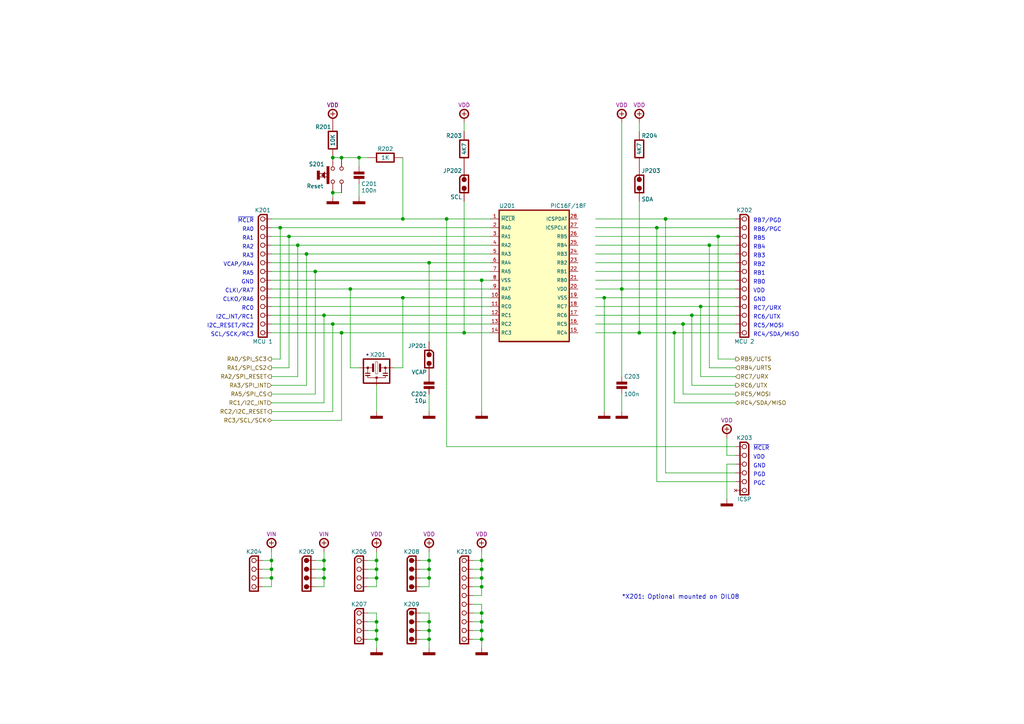
<source format=kicad_sch>
(kicad_sch (version 20250114) (generator "eeschema") (generator_version "9.0")
  (paper "A4")
  (title_block (title "MCU") (date "01/2022") (rev "A") (comment 1 "PIC8-Bit Trainer"))
  (lib_symbols
    (symbol "tronixio:+VDD" (power) (pin_numbers (hide yes)) (pin_names (offset 0) (hide yes))
      (property "Description" "VDD" (at 0 5.08 0))
      (symbol "+VDD_0_1"
        (polyline (pts (xy -0.635 2.54) (xy 0.635 2.54)) (stroke (width 0.2)))
        (circle (center 0 2.54) (radius 1.27) (stroke (width 0.4)))
        (polyline (pts (xy 0 1.905) (xy 0 3.175)) (stroke (width 0.2)))
      )
      (symbol "+VDD_1_1"
        (pin power_in line (at 0 0 90) (length 1.27) (name "~") (number "1"))
      )
    )
    (symbol "tronixio:+VIN" (power) (pin_numbers (hide yes)) (pin_names (offset 0) (hide yes))
      (property "Description" "VIN" (at 0 5.08 0))
      (symbol "+VIN_0_1"
        (polyline (pts (xy -0.635 2.54) (xy 0.635 2.54)) (stroke (width 0.2)))
        (circle (center 0 2.54) (radius 1.27) (stroke (width 0.4)))
        (polyline (pts (xy 0 1.905) (xy 0 3.175)) (stroke (width 0.2)))
      )
      (symbol "+VIN_1_1"
        (pin power_in line (at 0 0 90) (length 1.27) (name "~") (number "1"))
      )
    )
    (symbol "tronixio:CK-KSA" (pin_numbers (hide yes)) (pin_names (offset 0) (hide yes))
      (property "Reference" "S" (at 0 6.35 0))
      (property "Value" "SYMBOL-SW-PUSH-4" (at 0 -5.08 0))
      (symbol "CK-KSA_0_1"
        (rectangle (start -2.54 1.778) (end 2.54 1.016) (stroke (width 0.001)) (fill (type outline)))
        (circle (center -1.905 0) (radius 0.508) (stroke (width 0.2)))
        (circle (center -1.905 -2.54) (radius 0.508) (stroke (width 0.2)))
        (rectangle (start -1.27 4.572) (end 1.27 3.81) (stroke (width 0.001)) (fill (type outline)))
        (polyline (pts (xy -1.016 2.286) (xy 1.016 2.286) (xy 0 3.302) (xy -1.016 2.286)) (stroke (width 0.001)) (fill (type outline)))
        (polyline (pts (xy -0.508 1.778) (xy -0.508 3.81)) (stroke (width 0.2)))
        (polyline (pts (xy 0.508 1.778) (xy 0.508 3.81)) (stroke (width 0.2)))
        (circle (center 1.905 0) (radius 0.508) (stroke (width 0.2)))
        (circle (center 1.905 -2.54) (radius 0.508) (stroke (width 0.2)))
        (pin passive line (at -5.08 0 0) (length 2.54) (name "1") (number "1"))
        (pin passive line (at -5.08 -2.54 0) (length 2.54) (name "2") (number "2"))
        (pin passive line (at 5.08 0 180) (length 2.54) (name "3") (number "3"))
        (pin passive line (at 5.08 -2.54 180) (length 2.54) (name "4") (number "4"))
      )
    )
    (symbol "tronixio:GND" (power) (pin_numbers (hide yes)) (pin_names (offset 0) (hide yes))
      (symbol "GND_0_1"
        (rectangle (start -1.778 -2.032) (end 1.778 -1.27) (stroke (width 0.001)) (fill (type outline)))
      )
      (symbol "GND_1_1"
        (pin power_in line (at 0 0 270) (length 1.27) (name "~") (number "1"))
      )
    )
    (symbol "tronixio:HARWIN-254-F-1X04-VERTICAL" (pin_numbers (hide yes)) (pin_names (offset 0) (hide yes))
      (property "Reference" "K" (at 0 2.54 0))
      (property "Value" "HARWIN-254-F-1X04-VERTICAL" (at 0 -10.16 0))
      (symbol "HARWIN-254-F-1X04-VERTICAL_0_1"
        (polyline (pts (xy -1.27 -8.89) (xy 1.27 -8.89) (xy 1.27 0.635) (xy 0.635 1.27) (xy -1.27 1.27) (xy -1.27 -8.89)) (stroke (width 0.4)))
        (circle (center 0 0) (radius 0.635) (stroke (width 0.2)))
        (circle (center 0 -2.54) (radius 0.635) (stroke (width 0.2)))
        (circle (center 0 -5.08) (radius 0.635) (stroke (width 0.2)))
        (circle (center 0 -7.62) (radius 0.635) (stroke (width 0.2)))
      )
      (symbol "HARWIN-254-F-1X04-VERTICAL_1_1"
        (pin passive line (at -2.54 0 0) (length 1.905) (name "1") (number "1"))
        (pin passive line (at -2.54 -2.54 0) (length 1.905) (name "2") (number "2"))
        (pin passive line (at -2.54 -5.08 0) (length 1.905) (name "3") (number "3"))
        (pin passive line (at -2.54 -7.62 0) (length 1.905) (name "4") (number "4"))
      )
    )
    (symbol "tronixio:HARWIN-254-F-1X10-VERTICAL" (pin_numbers (hide yes)) (pin_names (offset 0) (hide yes))
      (property "Reference" "K" (at 0 2.54 0))
      (property "Value" "SYMBOL-HEADER-F-1X10" (at 0 -25.4 0))
      (symbol "HARWIN-254-F-1X10-VERTICAL_0_1"
        (polyline (pts (xy -1.27 -24.13) (xy 1.27 -24.13) (xy 1.27 0.635) (xy 0.635 1.27) (xy -1.27 1.27) (xy -1.27 -24.13)) (stroke (width 0.4)))
        (circle (center 0 0) (radius 0.635) (stroke (width 0.2)))
        (circle (center 0 -2.54) (radius 0.635) (stroke (width 0.2)))
        (circle (center 0 -5.08) (radius 0.635) (stroke (width 0.2)))
        (circle (center 0 -7.62) (radius 0.635) (stroke (width 0.2)))
        (circle (center 0 -10.16) (radius 0.635) (stroke (width 0.2)))
        (circle (center 0 -12.7) (radius 0.635) (stroke (width 0.2)))
        (circle (center 0 -15.24) (radius 0.635) (stroke (width 0.2)))
        (circle (center 0 -17.78) (radius 0.635) (stroke (width 0.2)))
        (circle (center 0 -20.32) (radius 0.635) (stroke (width 0.2)))
        (circle (center 0 -22.86) (radius 0.635) (stroke (width 0.2)))
      )
      (symbol "HARWIN-254-F-1X10-VERTICAL_1_1"
        (pin passive line (at -2.54 0 0) (length 1.905) (name "Pin_1") (number "1"))
        (pin passive line (at -2.54 -2.54 0) (length 1.905) (name "Pin_2") (number "2"))
        (pin passive line (at -2.54 -5.08 0) (length 1.905) (name "Pin_3") (number "3"))
        (pin passive line (at -2.54 -7.62 0) (length 1.905) (name "Pin_4") (number "4"))
        (pin passive line (at -2.54 -10.16 0) (length 1.905) (name "Pin_5") (number "5"))
        (pin passive line (at -2.54 -12.7 0) (length 1.905) (name "Pin_6") (number "6"))
        (pin passive line (at -2.54 -15.24 0) (length 1.905) (name "Pin_7") (number "7"))
        (pin passive line (at -2.54 -17.78 0) (length 1.905) (name "Pin_8") (number "8"))
        (pin passive line (at -2.54 -20.32 0) (length 1.905) (name "Pin_9") (number "9"))
        (pin passive line (at -2.54 -22.86 0) (length 1.905) (name "Pin_10") (number "10"))
      )
    )
    (symbol "tronixio:HARWIN-254-F-1X14-VERTICAL" (pin_numbers (hide yes)) (pin_names (offset 0) (hide yes))
      (property "Reference" "K" (at 0 2.54 0))
      (property "Value" "SYMBOL-HEADER-F-1X14" (at 0 -35.56 0))
      (symbol "HARWIN-254-F-1X14-VERTICAL_0_1"
        (polyline (pts (xy -1.27 -34.29) (xy 1.27 -34.29) (xy 1.27 0.635) (xy 0.635 1.27) (xy -1.27 1.27) (xy -1.27 -34.29)) (stroke (width 0.4)))
        (circle (center 0 0) (radius 0.635) (stroke (width 0.2)))
        (circle (center 0 -2.54) (radius 0.635) (stroke (width 0.2)))
        (circle (center 0 -5.08) (radius 0.635) (stroke (width 0.2)))
        (circle (center 0 -7.62) (radius 0.635) (stroke (width 0.2)))
        (circle (center 0 -10.16) (radius 0.635) (stroke (width 0.2)))
        (circle (center 0 -12.7) (radius 0.635) (stroke (width 0.2)))
        (circle (center 0 -15.24) (radius 0.635) (stroke (width 0.2)))
        (circle (center 0 -17.78) (radius 0.635) (stroke (width 0.2)))
        (circle (center 0 -20.32) (radius 0.635) (stroke (width 0.2)))
        (circle (center 0 -22.86) (radius 0.635) (stroke (width 0.2)))
        (circle (center 0 -25.4) (radius 0.635) (stroke (width 0.2)))
        (circle (center 0 -27.94) (radius 0.635) (stroke (width 0.2)))
        (circle (center 0 -30.48) (radius 0.635) (stroke (width 0.2)))
        (circle (center 0 -33.02) (radius 0.635) (stroke (width 0.2)))
      )
      (symbol "HARWIN-254-F-1X14-VERTICAL_1_1"
        (pin passive line (at -2.54 0 0) (length 1.905) (name "Pin_1") (number "1"))
        (pin passive line (at -2.54 -2.54 0) (length 1.905) (name "Pin_2") (number "2"))
        (pin passive line (at -2.54 -5.08 0) (length 1.905) (name "Pin_3") (number "3"))
        (pin passive line (at -2.54 -7.62 0) (length 1.905) (name "Pin_4") (number "4"))
        (pin passive line (at -2.54 -10.16 0) (length 1.905) (name "Pin_5") (number "5"))
        (pin passive line (at -2.54 -12.7 0) (length 1.905) (name "Pin_6") (number "6"))
        (pin passive line (at -2.54 -15.24 0) (length 1.905) (name "Pin_7") (number "7"))
        (pin passive line (at -2.54 -17.78 0) (length 1.905) (name "Pin_8") (number "8"))
        (pin passive line (at -2.54 -20.32 0) (length 1.905) (name "Pin_9") (number "9"))
        (pin passive line (at -2.54 -22.86 0) (length 1.905) (name "Pin_10") (number "10"))
        (pin passive line (at -2.54 -25.4 0) (length 1.905) (name "Pin_11") (number "11"))
        (pin passive line (at -2.54 -27.94 0) (length 1.905) (name "Pin_12") (number "12"))
        (pin passive line (at -2.54 -30.48 0) (length 1.905) (name "Pin_13") (number "13"))
        (pin passive line (at -2.54 -33.02 0) (length 1.905) (name "Pin_14") (number "14"))
      )
    )
    (symbol "tronixio:HARWIN-254-M-1X02-JUMPER-HORIZONTAL" (pin_numbers (hide yes)) (pin_names (offset 0) (hide yes))
      (property "Reference" "JP" (at 2.54 1.27 0))
      (property "Value" "HARWIN-254-M-1X02-JUMPER-HORIZONTAL" (at 2.54 -1.27 0))
      (symbol "HARWIN-254-M-1X02-JUMPER-HORIZONTAL_0_1"
        (polyline (pts (xy -1.27 -2.54) (xy 1.27 -2.54) (xy 1.27 1.905) (xy 0.635 2.54) (xy -1.27 2.54) (xy -1.27 -2.54)) (stroke (width 0.4)))
        (circle (center 0 1.27) (radius 0.635) (stroke (width 0.2)) (fill (type outline)))
        (circle (center 0 -1.27) (radius 0.635) (stroke (width 0.2)) (fill (type outline)))
      )
      (symbol "HARWIN-254-M-1X02-JUMPER-HORIZONTAL_1_1"
        (pin passive line (at 0 5.08 270) (length 3.175) (name "~") (number "1"))
        (pin passive line (at 0 -5.08 90) (length 3.175) (name "~") (number "2"))
      )
    )
    (symbol "tronixio:HARWIN-254-M-1X02-JUMPER-VERTICAL" (pin_numbers (hide yes)) (pin_names (offset 0) (hide yes))
      (property "Reference" "JP" (at 2.54 1.27 0))
      (property "Value" "SYMBOL-HEADER-M-1X02" (at 2.54 -1.27 0))
      (symbol "HARWIN-254-M-1X02-JUMPER-VERTICAL_0_1"
        (polyline (pts (xy -1.27 -2.54) (xy 1.27 -2.54) (xy 1.27 1.905) (xy 0.635 2.54) (xy -1.27 2.54) (xy -1.27 -2.54)) (stroke (width 0.4)))
        (circle (center 0 1.27) (radius 0.635) (stroke (width 0.2)) (fill (type outline)))
        (circle (center 0 -1.27) (radius 0.635) (stroke (width 0.2)) (fill (type outline)))
      )
      (symbol "HARWIN-254-M-1X02-JUMPER-VERTICAL_1_1"
        (pin passive line (at 0 5.08 270) (length 3.175) (name "~") (number "1"))
        (pin passive line (at 0 -5.08 90) (length 3.175) (name "~") (number "2"))
      )
    )
    (symbol "tronixio:HARWIN-254-M-1X04-VERTICAL" (pin_numbers (hide yes)) (pin_names (offset 0) (hide yes))
      (property "Reference" "K" (at 0 2.54 0))
      (property "Value" "SYMBOL-HEADER-M-1X04" (at 0 -10.16 0))
      (symbol "HARWIN-254-M-1X04-VERTICAL_0_1"
        (polyline (pts (xy -1.27 -8.89) (xy 1.27 -8.89) (xy 1.27 0.635) (xy 0.635 1.27) (xy -1.27 1.27) (xy -1.27 -8.89)) (stroke (width 0.4)))
        (circle (center 0 0) (radius 0.635) (stroke (width 0.2)) (fill (type outline)))
        (circle (center 0 -2.54) (radius 0.635) (stroke (width 0.2)) (fill (type outline)))
        (circle (center 0 -5.08) (radius 0.635) (stroke (width 0.2)) (fill (type outline)))
        (circle (center 0 -7.62) (radius 0.635) (stroke (width 0.2)) (fill (type outline)))
      )
      (symbol "HARWIN-254-M-1X04-VERTICAL_1_1"
        (pin passive line (at -2.54 0 0) (length 1.905) (name "1") (number "1"))
        (pin passive line (at -2.54 -2.54 0) (length 1.905) (name "2") (number "2"))
        (pin passive line (at -2.54 -5.08 0) (length 1.905) (name "3") (number "3"))
        (pin passive line (at -2.54 -7.62 0) (length 1.905) (name "4") (number "4"))
      )
    )
    (symbol "tronixio:KEMET-C315-0254-100N-50V-20P" (pin_numbers (hide yes)) (pin_names (offset 0) (hide yes))
      (property "Reference" "C" (at 0.635 2.54 0))
      (property "Value" "100n" (at 0.635 -2.54 0))
      (symbol "KEMET-C315-0254-100N-50V-20P_0_1"
        (rectangle (start -1.524 1.016) (end 1.524 0.254) (stroke (width 0.001)) (fill (type outline)))
        (rectangle (start -1.524 -0.254) (end 1.524 -1.016) (stroke (width 0.001)) (fill (type outline)))
      )
      (symbol "KEMET-C315-0254-100N-50V-20P_1_1"
        (pin passive line (at 0 2.54 270) (length 1.905) (name "~") (number "1"))
        (pin passive line (at 0 -2.54 90) (length 1.905) (name "~") (number "2"))
      )
    )
    (symbol "tronixio:KEMET-C322-0508-10U-25V-10P" (pin_numbers (hide yes)) (pin_names (offset 0) (hide yes))
      (property "Reference" "C" (at 0.635 2.54 0))
      (property "Value" "10µ" (at 0.635 -2.54 0))
      (symbol "KEMET-C322-0508-10U-25V-10P_0_1"
        (rectangle (start -1.524 1.016) (end 1.524 0.254) (stroke (width 0.001)) (fill (type outline)))
        (rectangle (start -1.524 -0.254) (end 1.524 -1.016) (stroke (width 0.001)) (fill (type outline)))
      )
      (symbol "KEMET-C322-0508-10U-25V-10P_1_1"
        (pin passive line (at 0 2.54 270) (length 1.905) (name "~") (number "1"))
        (pin passive line (at 0 -2.54 90) (length 1.905) (name "~") (number "2"))
      )
    )
    (symbol "tronixio:MICROCHIP-ICSP-F-RIGHT-ANGLE-TH" (pin_numbers (hide yes)) (pin_names (offset 0) (hide yes))
      (property "Reference" "K" (at 0 2.54 0))
      (property "Value" "ICSP" (at 0 -15.24 0))
      (symbol "MICROCHIP-ICSP-F-RIGHT-ANGLE-TH_0_1"
        (polyline (pts (xy -1.27 -13.97) (xy 1.27 -13.97) (xy 1.27 0.635) (xy 0.635 1.27) (xy -1.27 1.27) (xy -1.27 -13.97)) (stroke (width 0.4)))
        (circle (center 0 0) (radius 0.635) (stroke (width 0.2)))
        (circle (center 0 -2.54) (radius 0.635) (stroke (width 0.2)))
        (circle (center 0 -5.08) (radius 0.635) (stroke (width 0.2)))
        (circle (center 0 -7.62) (radius 0.635) (stroke (width 0.2)))
        (circle (center 0 -10.16) (radius 0.635) (stroke (width 0.2)))
        (circle (center 0 -12.7) (radius 0.635) (stroke (width 0.2)))
      )
      (symbol "MICROCHIP-ICSP-F-RIGHT-ANGLE-TH_1_1"
        (pin passive line (at -2.54 0 0) (length 1.905) (name "~{MCLR}") (number "6"))
        (pin power_in line (at -2.54 -2.54 0) (length 1.905) (name "VCC") (number "5"))
        (pin power_in line (at -2.54 -5.08 0) (length 1.905) (name "GND") (number "4"))
        (pin bidirectional line (at -2.54 -7.62 0) (length 1.905) (name "PGD") (number "3"))
        (pin output line (at -2.54 -10.16 0) (length 1.905) (name "PGC") (number "2"))
        (pin no_connect line (at -2.54 -12.7 0) (length 1.905) (name "~") (number "1"))
      )
    )
    (symbol "tronixio:MICROCHIP-PIC16F1778-ISP" (pin_names (offset 0.5))
      (property "Reference" "U" (at 2.54 3.81 0))
      (property "Value" "PIC16F1778-ISP" (at 27.94 3.81 0))
      (symbol "MICROCHIP-PIC16F1778-ISP_0_1"
        (rectangle (start 2.54 2.54) (end 22.86 -35.56) (stroke (width 0.4)) (fill (type background)))
      )
      (symbol "MICROCHIP-PIC16F1778-ISP_1_1"
        (pin input line (at 0 0 0) (length 2.54) (name "~{MCLR}") (number "1"))
        (pin bidirectional line (at 0 -2.54 0) (length 2.54) (name "RA0") (number "2"))
        (pin bidirectional line (at 0 -5.08 0) (length 2.54) (name "RA1") (number "3"))
        (pin bidirectional line (at 0 -7.62 0) (length 2.54) (name "RA2") (number "4"))
        (pin bidirectional line (at 0 -10.16 0) (length 2.54) (name "RA3") (number "5"))
        (pin bidirectional line (at 0 -12.7 0) (length 2.54) (name "RA4") (number "6"))
        (pin bidirectional line (at 0 -15.24 0) (length 2.54) (name "RA5") (number "7"))
        (pin power_in line (at 0 -17.78 0) (length 2.54) (name "VSS") (number "8"))
        (pin bidirectional line (at 0 -20.32 0) (length 2.54) (name "RA7") (number "9"))
        (pin bidirectional line (at 0 -22.86 0) (length 2.54) (name "RA6") (number "10"))
        (pin bidirectional line (at 0 -25.4 0) (length 2.54) (name "RC0") (number "11"))
        (pin bidirectional line (at 0 -27.94 0) (length 2.54) (name "RC1") (number "12"))
        (pin bidirectional line (at 0 -30.48 0) (length 2.54) (name "RC2") (number "13"))
        (pin bidirectional line (at 0 -33.02 0) (length 2.54) (name "RC3") (number "14"))
        (pin bidirectional line (at 25.4 0 180) (length 2.54) (name "ICSPDAT") (number "28"))
        (pin input line (at 25.4 -2.54 180) (length 2.54) (name "ICSPCLK") (number "27"))
        (pin bidirectional line (at 25.4 -5.08 180) (length 2.54) (name "RB5") (number "26"))
        (pin bidirectional line (at 25.4 -7.62 180) (length 2.54) (name "RB4") (number "25"))
        (pin bidirectional line (at 25.4 -10.16 180) (length 2.54) (name "RB3") (number "24"))
        (pin bidirectional line (at 25.4 -12.7 180) (length 2.54) (name "RB2") (number "23"))
        (pin bidirectional line (at 25.4 -15.24 180) (length 2.54) (name "RB1") (number "22"))
        (pin bidirectional line (at 25.4 -17.78 180) (length 2.54) (name "RB0") (number "21"))
        (pin power_in line (at 25.4 -20.32 180) (length 2.54) (name "VDD") (number "20"))
        (pin power_in line (at 25.4 -22.86 180) (length 2.54) (name "VSS") (number "19"))
        (pin bidirectional line (at 25.4 -25.4 180) (length 2.54) (name "RC7") (number "18"))
        (pin bidirectional line (at 25.4 -27.94 180) (length 2.54) (name "RC6") (number "17"))
        (pin bidirectional line (at 25.4 -30.48 180) (length 2.54) (name "RC5") (number "16"))
        (pin bidirectional line (at 25.4 -33.02 180) (length 2.54) (name "RC4") (number "15"))
      )
    )
    (symbol "tronixio:RESISTOR-1016TH-10K-5P" (pin_numbers (hide yes)) (pin_names (offset 0) (hide yes))
      (property "Reference" "R" (at 0.635 3.81 0))
      (property "Value" "10k" (at 0 0 90))
      (symbol "RESISTOR-1016TH-10K-5P_0_1"
        (rectangle (start -1.27 -2.54) (end 1.27 2.54) (stroke (width 0.4)))
      )
      (symbol "RESISTOR-1016TH-10K-5P_1_1"
        (pin passive line (at 0 5.08 270) (length 2.54) (name "~") (number "1"))
        (pin passive line (at 0 -5.08 90) (length 2.54) (name "~") (number "2"))
      )
    )
    (symbol "tronixio:RESISTOR-1016TH-1K-5P" (pin_numbers (hide yes)) (pin_names (offset 0) (hide yes))
      (property "Reference" "R" (at 0.635 3.81 0))
      (property "Value" "1k" (at 0 0 90))
      (symbol "RESISTOR-1016TH-1K-5P_0_1"
        (rectangle (start -1.27 -2.54) (end 1.27 2.54) (stroke (width 0.4)))
      )
      (symbol "RESISTOR-1016TH-1K-5P_1_1"
        (pin passive line (at 0 5.08 270) (length 2.54) (name "~") (number "1"))
        (pin passive line (at 0 -5.08 90) (length 2.54) (name "~") (number "2"))
      )
    )
    (symbol "tronixio:RESISTOR-1016TH-4K7-5P" (pin_numbers (hide yes)) (pin_names (offset 0) (hide yes))
      (property "Reference" "R" (at 0.635 3.81 0))
      (property "Value" "4k7" (at 0 0 90))
      (symbol "RESISTOR-1016TH-4K7-5P_0_1"
        (rectangle (start -1.27 -2.54) (end 1.27 2.54) (stroke (width 0.4)))
      )
      (symbol "RESISTOR-1016TH-4K7-5P_1_1"
        (pin passive line (at 0 5.08 270) (length 2.54) (name "~") (number "1"))
        (pin passive line (at 0 -5.08 90) (length 2.54) (name "~") (number "2"))
      )
    )
    (symbol "tronixio:XTAL-DIL08" (pin_numbers (hide yes)) (pin_names (offset 0) (hide yes))
      (property "Reference" "X" (at 0 6.35 0))
      (property "Value" "XTAL-DIL08" (at 0 3.81 0))
      (symbol "XTAL-DIL08_0_1"
        (polyline (pts (xy -3.84 0) (xy -1.28 0)) (stroke (width 0.1524)))
        (rectangle (start -3.81 2.54) (end 3.81 -4.445) (stroke (width 0.4)))
        (polyline (pts (xy -3.2 -1.6) (xy -1.92 -1.6)) (stroke (width 0.3)))
        (polyline (pts (xy -3.2 -2.24) (xy -1.92 -2.24)) (stroke (width 0.3)))
        (circle (center -2.56 0) (radius 0.32) (stroke (width 0.1)) (fill (type outline)))
        (polyline (pts (xy -2.56 -1.6) (xy -2.56 0)) (stroke (width 0.1524)))
        (polyline (pts (xy -2.56 -2.24) (xy -2.56 -2.88) (xy 2.56 -2.88) (xy 2.56 -2.24)) (stroke (width 0.1524)))
        (rectangle (start -1.27 1.1684) (end -0.762 -1.1684) (stroke (width 0.1)) (fill (type outline)))
        (rectangle (start -0.3048 1.778) (end 0.3048 -1.778) (stroke (width 0.1)))
        (circle (center 0 -2.88) (radius 0.32) (stroke (width 0.1)) (fill (type outline)))
        (polyline (pts (xy 0 -3.84) (xy 0 -2.88)) (stroke (width 0.1524)))
        (rectangle (start 0.762 1.1684) (end 1.27 -1.1684) (stroke (width 0.1)) (fill (type outline)))
        (polyline (pts (xy 1.28 0) (xy 3.84 0)) (stroke (width 0.1524)))
        (polyline (pts (xy 1.92 -1.6) (xy 3.19 -1.6)) (stroke (width 0.3)))
        (polyline (pts (xy 1.92 -2.24) (xy 3.19 -2.24)) (stroke (width 0.3)))
        (circle (center 2.56 0) (radius 0.32) (stroke (width 0.1)) (fill (type outline)))
        (polyline (pts (xy 2.56 -1.6) (xy 2.56 0)) (stroke (width 0.1524)))
      )
      (symbol "XTAL-DIL08_1_1"
        (pin passive line (at -5.08 0 0) (length 1.27) (name "~") (number "3"))
        (pin passive line (at -5.08 0 0) (length 1.27) (hide yes) (name "~") (number "4"))
        (pin passive line (at 0 -5.08 90) (length 1.27) (name "~") (number "1"))
        (pin passive line (at 0 -5.08 90) (length 1.27) (hide yes) (name "~") (number "2"))
        (pin passive line (at 0 -5.08 90) (length 1.27) (hide yes) (name "~") (number "7"))
        (pin passive line (at 0 -5.08 90) (length 1.27) (hide yes) (name "~") (number "8"))
        (pin passive line (at 5.08 0 180) (length 1.27) (name "~") (number "5"))
        (pin passive line (at 5.08 0 180) (length 1.27) (hide yes) (name "~") (number "6"))
      )
    )
  )
  (text "RC6/UTX" (at 218.44 92.71 0) (effects (font (size 1.15 1.15)) (justify left bottom)))
  (text "VCAP/RA4" (at 73.66 77.47 0) (effects (font (size 1.15 1.15)) (justify right bottom)))
  (text "CLKI/RA7" (at 73.66 85.09 0) (effects (font (size 1.15 1.15)) (justify right bottom)))
  (text "VDD" (at 218.44 85.09 0) (effects (font (size 1.15 1.15)) (justify left bottom)))
  (text "PGC" (at 218.44 140.97 0) (effects (font (size 1.15 1.15)) (justify left bottom)))
  (text "RA3" (at 73.66 74.93 0) (effects (font (size 1.15 1.15)) (justify right bottom)))
  (text "RA0" (at 73.66 67.31 0) (effects (font (size 1.15 1.15)) (justify right bottom)))
  (text "RA2" (at 73.66 72.39 0) (effects (font (size 1.15 1.15)) (justify right bottom)))
  (text "RB6/PGC" (at 218.44 67.31 0) (effects (font (size 1.15 1.15)) (justify left bottom)))
  (text "RB5" (at 218.44 69.85 0) (effects (font (size 1.15 1.15)) (justify left bottom)))
  (text "*X201: Optional mounted on DIL08" (at 180.34 173.99 0) (effects (font (size 1.27 1.27)) (justify left bottom)))
  (text "RB7/PGD" (at 218.44 64.77 0) (effects (font (size 1.15 1.15)) (justify left bottom)))
  (text "~{MCLR}" (at 73.66 64.77 0) (effects (font (size 1.15 1.15)) (justify right bottom)))
  (text "~{MCLR}" (at 218.44 130.81 0) (effects (font (size 1.15 1.15)) (justify left bottom)))
  (text "GND" (at 218.44 135.89 0) (effects (font (size 1.15 1.15)) (justify left bottom)))
  (text "CLKO/RA6" (at 73.66 87.63 0) (effects (font (size 1.15 1.15)) (justify right bottom)))
  (text "GND" (at 218.44 87.63 0) (effects (font (size 1.15 1.15)) (justify left bottom)))
  (text "VDD" (at 218.44 133.35 0) (effects (font (size 1.15 1.15)) (justify left bottom)))
  (text "PGD" (at 218.44 138.43 0) (effects (font (size 1.15 1.15)) (justify left bottom)))
  (text "RB4" (at 218.44 72.39 0) (effects (font (size 1.15 1.15)) (justify left bottom)))
  (text "RB2" (at 218.44 77.47 0) (effects (font (size 1.15 1.15)) (justify left bottom)))
  (text "*" (at 106.045 104.14 0) (effects (font (size 1.15 1.15)) (justify left bottom)))
  (text "RA1" (at 73.66 69.85 0) (effects (font (size 1.15 1.15)) (justify right bottom)))
  (text "RB3" (at 218.44 74.93 0) (effects (font (size 1.15 1.15)) (justify left bottom)))
  (text "RC5/MOSI" (at 218.44 95.25 0) (effects (font (size 1.15 1.15)) (justify left bottom)))
  (text "GND" (at 73.66 82.55 0) (effects (font (size 1.15 1.15)) (justify right bottom)))
  (text "RA5" (at 73.66 80.01 0) (effects (font (size 1.15 1.15)) (justify right bottom)))
  (text "RB0" (at 218.44 82.55 0) (effects (font (size 1.15 1.15)) (justify left bottom)))
  (text "RC7/URX" (at 218.44 90.17 0) (effects (font (size 1.15 1.15)) (justify left bottom)))
  (text "RC4/SDA/MISO" (at 218.44 97.79 0) (effects (font (size 1.15 1.15)) (justify left bottom)))
  (text "I2C_INT/RC1" (at 73.66 92.71 0) (effects (font (size 1.15 1.15)) (justify right bottom)))
  (text "RC0" (at 73.66 90.17 0) (effects (font (size 1.15 1.15)) (justify right bottom)))
  (text "I2C_RESET/RC2" (at 73.66 95.25 0) (effects (font (size 1.15 1.15)) (justify right bottom)))
  (text "RB1" (at 218.44 80.01 0) (effects (font (size 1.15 1.15)) (justify left bottom)))
  (text "SCL/SCK/RC3" (at 73.66 97.79 0) (effects (font (size 1.15 1.15)) (justify right bottom)))
  (junction (at 116.84 63.5))
  (junction (at 88.9 73.66))
  (junction (at 124.46 182.88))
  (junction (at 208.28 68.58))
  (junction (at 96.52 45.72))
  (junction (at 139.7 185.42))
  (junction (at 134.62 96.52) (diameter 0.9144))
  (junction (at 139.7 180.34))
  (junction (at 116.84 86.36))
  (junction (at 109.22 165.1))
  (junction (at 175.26 86.36))
  (junction (at 139.7 81.28))
  (junction (at 139.7 165.1))
  (junction (at 205.74 71.12))
  (junction (at 99.06 96.52))
  (junction (at 139.7 167.64))
  (junction (at 124.46 185.42))
  (junction (at 139.7 170.18))
  (junction (at 81.28 66.04))
  (junction (at 109.22 185.42))
  (junction (at 83.82 68.58))
  (junction (at 198.12 93.98))
  (junction (at 129.54 63.5))
  (junction (at 203.2 88.9))
  (junction (at 193.04 63.5))
  (junction (at 99.06 45.72))
  (junction (at 124.46 165.1))
  (junction (at 96.52 93.98))
  (junction (at 101.6 83.82))
  (junction (at 78.74 162.56))
  (junction (at 96.52 55.88))
  (junction (at 78.74 167.64))
  (junction (at 86.36 71.12))
  (junction (at 109.22 180.34))
  (junction (at 185.42 96.52) (diameter 0.9144))
  (junction (at 91.44 78.74))
  (junction (at 200.66 91.44))
  (junction (at 139.7 182.88))
  (junction (at 195.58 96.52))
  (junction (at 109.22 162.56))
  (junction (at 93.98 165.1))
  (junction (at 93.98 167.64))
  (junction (at 124.46 76.2))
  (junction (at 109.22 182.88))
  (junction (at 139.7 162.56))
  (junction (at 124.46 180.34))
  (junction (at 124.46 162.56))
  (junction (at 93.98 162.56))
  (junction (at 109.22 167.64))
  (junction (at 93.98 91.44))
  (junction (at 78.74 165.1))
  (junction (at 124.46 167.64))
  (junction (at 190.5 66.04))
  (junction (at 180.34 83.82) (diameter 0.9144))
  (junction (at 139.7 177.8))
  (junction (at 104.14 45.72) (diameter 0.9144))
  (wire (pts (xy 137.16 182.88) (xy 139.7 182.88)))
  (wire (pts (xy 76.2 162.56) (xy 78.74 162.56)))
  (wire (pts (xy 78.74 162.56) (xy 78.74 160.02)))
  (wire (pts (xy 172.72 71.12) (xy 205.74 71.12)))
  (wire (pts (xy 205.74 71.12) (xy 213.36 71.12)))
  (wire (pts (xy 104.14 45.72) (xy 99.06 45.72)))
  (wire (pts (xy 137.16 185.42) (xy 139.7 185.42)))
  (wire (pts (xy 137.16 170.18) (xy 139.7 170.18)))
  (wire (pts (xy 137.16 162.56) (xy 139.7 162.56)))
  (wire (pts (xy 172.72 86.36) (xy 175.26 86.36)))
  (wire (pts (xy 175.26 86.36) (xy 213.36 86.36)))
  (wire (pts (xy 93.98 116.84) (xy 93.98 91.44)))
  (wire (pts (xy 109.22 111.76) (xy 109.22 119.38)))
  (wire (pts (xy 106.68 180.34) (xy 109.22 180.34)))
  (wire (pts (xy 106.68 162.56) (xy 109.22 162.56)))
  (wire (pts (xy 139.7 180.34) (xy 139.7 182.88)))
  (wire (pts (xy 109.22 167.64) (xy 109.22 165.1)))
  (wire (pts (xy 114.3 106.68) (xy 116.84 106.68)))
  (wire (pts (xy 109.22 180.34) (xy 109.22 182.88)))
  (wire (pts (xy 134.62 58.42) (xy 134.62 96.52)))
  (wire (pts (xy 129.54 129.54) (xy 213.36 129.54)))
  (wire (pts (xy 78.74 104.14) (xy 81.28 104.14)))
  (wire (pts (xy 81.28 104.14) (xy 81.28 66.04)))
  (wire (pts (xy 205.74 106.68) (xy 213.36 106.68)))
  (wire (pts (xy 76.2 170.18) (xy 78.74 170.18)))
  (wire (pts (xy 93.98 167.64) (xy 93.98 165.1)))
  (wire (pts (xy 139.7 182.88) (xy 139.7 185.42)))
  (wire (pts (xy 106.68 182.88) (xy 109.22 182.88)))
  (wire (pts (xy 124.46 182.88) (xy 124.46 185.42)))
  (wire (pts (xy 109.22 165.1) (xy 109.22 162.56)))
  (wire (pts (xy 78.74 165.1) (xy 78.74 162.56)))
  (wire (pts (xy 193.04 63.5) (xy 213.36 63.5)))
  (wire (pts (xy 96.52 55.88) (xy 99.06 55.88)))
  (wire (pts (xy 91.44 78.74) (xy 142.24 78.74)))
  (wire (pts (xy 116.84 86.36) (xy 142.24 86.36)))
  (wire (pts (xy 172.72 68.58) (xy 208.28 68.58)))
  (wire (pts (xy 208.28 68.58) (xy 213.36 68.58)))
  (wire (pts (xy 172.72 81.28) (xy 213.36 81.28)))
  (wire (pts (xy 137.16 177.8) (xy 139.7 177.8)))
  (wire (pts (xy 104.14 106.68) (xy 101.6 106.68)))
  (wire (pts (xy 124.46 185.42) (xy 124.46 187.96)))
  (wire (pts (xy 106.68 167.64) (xy 109.22 167.64)))
  (wire (pts (xy 78.74 73.66) (xy 88.9 73.66)))
  (wire (pts (xy 137.16 167.64) (xy 139.7 167.64)))
  (wire (pts (xy 78.74 68.58) (xy 83.82 68.58)))
  (wire (pts (xy 139.7 165.1) (xy 139.7 162.56)))
  (wire (pts (xy 121.92 180.34) (xy 124.46 180.34)))
  (wire (pts (xy 139.7 162.56) (xy 139.7 160.02)))
  (wire (pts (xy 116.84 45.72) (xy 116.84 63.5)))
  (wire (pts (xy 124.46 180.34) (xy 124.46 182.88)))
  (wire (pts (xy 190.5 66.04) (xy 190.5 139.7)))
  (wire (pts (xy 139.7 177.8) (xy 139.7 180.34)))
  (wire (pts (xy 124.46 162.56) (xy 124.46 160.02)))
  (wire (pts (xy 137.16 175.26) (xy 139.7 175.26)))
  (wire (pts (xy 137.16 180.34) (xy 139.7 180.34)))
  (wire (pts (xy 78.74 66.04) (xy 81.28 66.04)))
  (wire (pts (xy 96.52 45.72) (xy 99.06 45.72)))
  (wire (pts (xy 172.72 66.04) (xy 190.5 66.04)))
  (wire (pts (xy 185.42 58.42) (xy 185.42 96.52)))
  (wire (pts (xy 172.72 91.44) (xy 200.66 91.44)))
  (wire (pts (xy 200.66 91.44) (xy 213.36 91.44)))
  (wire (pts (xy 109.22 170.18) (xy 109.22 167.64)))
  (wire (pts (xy 124.46 170.18) (xy 124.46 167.64)))
  (wire (pts (xy 139.7 170.18) (xy 139.7 167.64)))
  (wire (pts (xy 96.52 55.88) (xy 96.52 57.15)))
  (wire (pts (xy 200.66 111.76) (xy 213.36 111.76)))
  (wire (pts (xy 78.74 170.18) (xy 78.74 167.64)))
  (wire (pts (xy 121.92 170.18) (xy 124.46 170.18)))
  (wire (pts (xy 172.72 93.98) (xy 198.12 93.98)))
  (wire (pts (xy 198.12 93.98) (xy 213.36 93.98)))
  (wire (pts (xy 96.52 119.38) (xy 96.52 93.98)))
  (wire (pts (xy 78.74 121.92) (xy 99.06 121.92)))
  (wire (pts (xy 195.58 96.52) (xy 195.58 116.84)))
  (wire (pts (xy 200.66 91.44) (xy 200.66 111.76)))
  (wire (pts (xy 78.74 83.82) (xy 101.6 83.82)))
  (wire (pts (xy 78.74 71.12) (xy 86.36 71.12)))
  (wire (pts (xy 104.14 53.34) (xy 104.14 57.15)))
  (wire (pts (xy 76.2 167.64) (xy 78.74 167.64)))
  (wire (pts (xy 124.46 167.64) (xy 124.46 165.1)))
  (wire (pts (xy 121.92 167.64) (xy 124.46 167.64)))
  (wire (pts (xy 172.72 88.9) (xy 203.2 88.9)))
  (wire (pts (xy 203.2 88.9) (xy 213.36 88.9)))
  (wire (pts (xy 172.72 76.2) (xy 213.36 76.2)))
  (wire (pts (xy 106.68 177.8) (xy 109.22 177.8)))
  (wire (pts (xy 134.62 35.56) (xy 134.62 38.1)))
  (wire (pts (xy 78.74 91.44) (xy 93.98 91.44)))
  (wire (pts (xy 93.98 170.18) (xy 93.98 167.64)))
  (wire (pts (xy 208.28 104.14) (xy 208.28 68.58)))
  (wire (pts (xy 210.82 132.08) (xy 210.82 127)))
  (wire (pts (xy 213.36 132.08) (xy 210.82 132.08)))
  (wire (pts (xy 78.74 116.84) (xy 93.98 116.84)))
  (wire (pts (xy 190.5 66.04) (xy 213.36 66.04)))
  (wire (pts (xy 93.98 162.56) (xy 93.98 160.02)))
  (wire (pts (xy 106.68 185.42) (xy 109.22 185.42)))
  (wire (pts (xy 109.22 177.8) (xy 109.22 180.34)))
  (wire (pts (xy 193.04 137.16) (xy 213.36 137.16)))
  (wire (pts (xy 78.74 96.52) (xy 99.06 96.52)))
  (wire (pts (xy 99.06 96.52) (xy 134.62 96.52)))
  (wire (pts (xy 134.62 96.52) (xy 142.24 96.52)))
  (wire (pts (xy 91.44 165.1) (xy 93.98 165.1)))
  (wire (pts (xy 203.2 88.9) (xy 203.2 109.22)))
  (wire (pts (xy 203.2 109.22) (xy 213.36 109.22)))
  (wire (pts (xy 106.68 45.72) (xy 104.14 45.72)))
  (wire (pts (xy 190.5 139.7) (xy 213.36 139.7)))
  (wire (pts (xy 124.46 165.1) (xy 124.46 162.56)))
  (wire (pts (xy 121.92 165.1) (xy 124.46 165.1)))
  (wire (pts (xy 185.42 35.56) (xy 185.42 38.1)))
  (wire (pts (xy 109.22 182.88) (xy 109.22 185.42)))
  (wire (pts (xy 116.84 63.5) (xy 129.54 63.5)))
  (wire (pts (xy 129.54 63.5) (xy 142.24 63.5)))
  (wire (pts (xy 109.22 162.56) (xy 109.22 160.02)))
  (wire (pts (xy 83.82 68.58) (xy 142.24 68.58)))
  (wire (pts (xy 106.68 165.1) (xy 109.22 165.1)))
  (wire (pts (xy 172.72 78.74) (xy 213.36 78.74)))
  (wire (pts (xy 172.72 63.5) (xy 193.04 63.5)))
  (wire (pts (xy 139.7 167.64) (xy 139.7 165.1)))
  (wire (pts (xy 76.2 165.1) (xy 78.74 165.1)))
  (wire (pts (xy 109.22 185.42) (xy 109.22 187.96)))
  (wire (pts (xy 121.92 182.88) (xy 124.46 182.88)))
  (wire (pts (xy 121.92 185.42) (xy 124.46 185.42)))
  (wire (pts (xy 106.68 170.18) (xy 109.22 170.18)))
  (wire (pts (xy 78.74 93.98) (xy 96.52 93.98)))
  (wire (pts (xy 101.6 83.82) (xy 101.6 106.68)))
  (wire (pts (xy 124.46 114.3) (xy 124.46 119.38)))
  (wire (pts (xy 121.92 177.8) (xy 124.46 177.8)))
  (wire (pts (xy 91.44 170.18) (xy 93.98 170.18)))
  (wire (pts (xy 121.92 162.56) (xy 124.46 162.56)))
  (wire (pts (xy 78.74 63.5) (xy 116.84 63.5)))
  (wire (pts (xy 81.28 66.04) (xy 142.24 66.04)))
  (wire (pts (xy 139.7 172.72) (xy 139.7 170.18)))
  (wire (pts (xy 172.72 83.82) (xy 180.34 83.82)))
  (wire (pts (xy 180.34 83.82) (xy 213.36 83.82)))
  (wire (pts (xy 86.36 71.12) (xy 142.24 71.12)))
  (wire (pts (xy 78.74 167.64) (xy 78.74 165.1)))
  (wire (pts (xy 78.74 86.36) (xy 116.84 86.36)))
  (wire (pts (xy 88.9 73.66) (xy 142.24 73.66)))
  (wire (pts (xy 78.74 109.22) (xy 86.36 109.22)))
  (wire (pts (xy 86.36 109.22) (xy 86.36 71.12)))
  (wire (pts (xy 193.04 63.5) (xy 193.04 137.16)))
  (wire (pts (xy 129.54 63.5) (xy 129.54 129.54)))
  (wire (pts (xy 78.74 88.9) (xy 142.24 88.9)))
  (wire (pts (xy 195.58 116.84) (xy 213.36 116.84)))
  (wire (pts (xy 78.74 114.3) (xy 91.44 114.3)))
  (wire (pts (xy 91.44 114.3) (xy 91.44 78.74)))
  (wire (pts (xy 137.16 165.1) (xy 139.7 165.1)))
  (wire (pts (xy 208.28 104.14) (xy 213.36 104.14)))
  (wire (pts (xy 139.7 185.42) (xy 139.7 187.96)))
  (wire (pts (xy 96.52 93.98) (xy 142.24 93.98)))
  (wire (pts (xy 116.84 86.36) (xy 116.84 106.68)))
  (wire (pts (xy 78.74 81.28) (xy 139.7 81.28)))
  (wire (pts (xy 139.7 81.28) (xy 142.24 81.28)))
  (wire (pts (xy 93.98 91.44) (xy 142.24 91.44)))
  (wire (pts (xy 93.98 165.1) (xy 93.98 162.56)))
  (wire (pts (xy 137.16 172.72) (xy 139.7 172.72)))
  (wire (pts (xy 124.46 76.2) (xy 124.46 99.06)))
  (wire (pts (xy 205.74 106.68) (xy 205.74 71.12)))
  (wire (pts (xy 172.72 73.66) (xy 213.36 73.66)))
  (wire (pts (xy 180.34 83.82) (xy 180.34 109.22)))
  (wire (pts (xy 91.44 162.56) (xy 93.98 162.56)))
  (wire (pts (xy 180.34 114.3) (xy 180.34 119.38)))
  (wire (pts (xy 104.14 45.72) (xy 104.14 48.26)))
  (wire (pts (xy 198.12 93.98) (xy 198.12 114.3)))
  (wire (pts (xy 198.12 114.3) (xy 213.36 114.3)))
  (wire (pts (xy 99.06 121.92) (xy 99.06 96.52)))
  (wire (pts (xy 139.7 81.28) (xy 139.7 119.38)))
  (wire (pts (xy 78.74 76.2) (xy 124.46 76.2)))
  (wire (pts (xy 124.46 76.2) (xy 142.24 76.2)))
  (wire (pts (xy 185.42 96.52) (xy 172.72 96.52)))
  (wire (pts (xy 185.42 96.52) (xy 195.58 96.52)))
  (wire (pts (xy 195.58 96.52) (xy 213.36 96.52)))
  (wire (pts (xy 101.6 83.82) (xy 142.24 83.82)))
  (wire (pts (xy 180.34 35.56) (xy 180.34 83.82)))
  (wire (pts (xy 139.7 175.26) (xy 139.7 177.8)))
  (wire (pts (xy 175.26 86.36) (xy 175.26 119.38)))
  (wire (pts (xy 91.44 167.64) (xy 93.98 167.64)))
  (wire (pts (xy 78.74 111.76) (xy 88.9 111.76)))
  (wire (pts (xy 88.9 111.76) (xy 88.9 73.66)))
  (wire (pts (xy 78.74 78.74) (xy 91.44 78.74)))
  (wire (pts (xy 124.46 177.8) (xy 124.46 180.34)))
  (wire (pts (xy 78.74 119.38) (xy 96.52 119.38)))
  (wire (pts (xy 78.74 106.68) (xy 83.82 106.68)))
  (wire (pts (xy 83.82 106.68) (xy 83.82 68.58)))
  (wire (pts (xy 210.82 134.62) (xy 213.36 134.62)))
  (wire (pts (xy 210.82 144.78) (xy 210.82 134.62)))
  (hierarchical_label "RC5{slash}MOSI" (shape output) (at 213.36 114.3 0) (effects (font (size 1.15 1.15))))
  (hierarchical_label "RC4{slash}SDA{slash}MISO" (shape bidirectional) (at 213.36 116.84 0) (effects (font (size 1.15 1.15))))
  (hierarchical_label "RA3{slash}SPI_INT" (shape input) (at 78.74 111.76 180) (effects (font (size 1.15 1.15))))
  (hierarchical_label "RC2{slash}I2C_RESET" (shape output) (at 78.74 119.38 180) (effects (font (size 1.15 1.15))))
  (hierarchical_label "RB5{slash}UCTS" (shape output) (at 213.36 104.14 0) (effects (font (size 1.15 1.15))))
  (hierarchical_label "RC1{slash}I2C_INT" (shape input) (at 78.74 116.84 180) (effects (font (size 1.15 1.15))))
  (hierarchical_label "RA2{slash}SPI_RESET" (shape output) (at 78.74 109.22 180) (effects (font (size 1.15 1.15))))
  (hierarchical_label "RA5{slash}SPI_CS" (shape output) (at 78.74 114.3 180) (effects (font (size 1.15 1.15))))
  (hierarchical_label "RA1{slash}SPI_CS2" (shape output) (at 78.74 106.68 180) (effects (font (size 1.15 1.15))))
  (hierarchical_label "RA0{slash}SPI_SC3" (shape output) (at 78.74 104.14 180) (effects (font (size 1.15 1.15))))
  (hierarchical_label "RC3{slash}SCL{slash}SCK" (shape bidirectional) (at 78.74 121.92 180) (effects (font (size 1.15 1.15))))
  (hierarchical_label "RB4{slash}URTS" (shape input) (at 213.36 106.68 0) (effects (font (size 1.15 1.15))))
  (hierarchical_label "RC7{slash}URX" (shape input) (at 213.36 109.22 0) (effects (font (size 1.15 1.15))))
  (hierarchical_label "RC6{slash}UTX" (shape output) (at 213.36 111.76 0) (effects (font (size 1.15 1.15))))
  (symbol (lib_id "tronixio:HARWIN-254-M-1X02-JUMPER-HORIZONTAL") (at 124.46 104.14 0) (unit 1)
    (property "Reference" "JP201" (at 123.825 100.33 0) (effects (font (size 1.15 1.15)) (justify right)))
    (property "Value" "VCAP" (at 123.825 107.95 0) (effects (font (size 1.15 1.15)) (justify right)))
    (property "Footprint" "tronixio:HARWIN-M20-975024x" (effects (hide yes)))
    (property "Datasheet" "https://www.harwin.com/products/M20-9750246/" (effects (hide yes)))
    (property "Description" "M20 Series - 2.54mm Pitch PCB Connector" (effects (hide yes)))
    (property "Mouser" "855-M20-975024" (effects (hide yes)))
  )
  (symbol (lib_id "tronixio:GND") (at 175.26 119.38 0) (unit 1)
    (property "Reference" "#PWR0208" (effects (hide yes)))
    (property "Value" "POWER-GND" (effects (hide yes)))
    (property "Description" "GND" (effects (hide yes)))
  )
  (symbol (lib_id "tronixio:GND") (at 96.52 57.15 0) (mirror y) (unit 1)
    (property "Reference" "#PWR0202" (effects (hide yes)))
    (property "Value" "POWER-GND" (effects (hide yes)))
    (property "Description" "GND" (effects (hide yes)))
  )
  (symbol (lib_id "tronixio:+VDD") (at 180.34 35.56 0) (unit 1)
    (property "Reference" "#PWR0209" (effects (hide yes)))
    (property "Value" "POWER-VDD" (effects (hide yes)))
    (property "Description" "VDD" (at 180.34 30.48 0) (effects (font (size 1.15 1.15))))
  )
  (symbol (lib_id "tronixio:+VDD") (at 210.82 127 0) (unit 1)
    (property "Reference" "#PWR0212" (effects (hide yes)))
    (property "Value" "POWER-VDD" (effects (hide yes)))
    (property "Description" "VDD" (at 210.82 121.92 0) (effects (font (size 1.15 1.15))))
  )
  (symbol (lib_id "tronixio:GND") (at 139.7 187.96 0) (unit 1)
    (property "Reference" "#PWR0221" (effects (hide yes)))
    (property "Value" "POWER-GND" (effects (hide yes)))
    (property "Description" "GND" (effects (hide yes)))
  )
  (symbol (lib_id "tronixio:HARWIN-254-F-1X14-VERTICAL") (at 76.2 63.5 0) (mirror y) (unit 1)
    (property "Reference" "K201" (at 76.2 60.96 0) (effects (font (size 1.15 1.15))))
    (property "Value" "MCU 1" (at 76.2 99.06 0) (effects (font (size 1.15 1.15))))
    (property "Footprint" "tronixio:HARWIN-M20-782144x" (effects (hide yes)))
    (property "Datasheet" "https://www.harwin.com/products/M20-7821446/" (effects (hide yes)))
    (property "Description" "M20 Series - 2.54mm Pitch PCB Connector" (effects (hide yes)))
    (property "Mouser" "855-M20-782144" (effects (hide yes)))
  )
  (symbol (lib_id "tronixio:+VDD") (at 124.46 160.02 0) (unit 1)
    (property "Reference" "#PWR0218" (effects (hide yes)))
    (property "Value" "POWER-VDD" (effects (hide yes)))
    (property "Description" "VDD" (at 124.46 154.94 0) (effects (font (size 1.15 1.15))))
  )
  (symbol (lib_id "tronixio:HARWIN-254-F-1X04-VERTICAL") (at 104.14 162.56 0) (mirror y) (unit 1)
    (property "Reference" "K206" (at 104.14 160.02 0) (effects (font (size 1.15 1.15))))
    (property "Value" "VDD" (effects (hide yes)))
    (property "Footprint" "tronixio:HARWIN-M20-782044x" (effects (hide yes)))
    (property "Datasheet" "https://www.harwin.com/products/M20-7820446/" (effects (hide yes)))
    (property "Description" "M20 Series - 2.54mm Pitch PCB Connector" (effects (hide yes)))
    (property "Mouser" "855-M20-782044" (effects (hide yes)))
  )
  (symbol (lib_id "tronixio:GND") (at 180.34 119.38 0) (unit 1)
    (property "Reference" "#PWR0210" (effects (hide yes)))
    (property "Value" "POWER-GND" (effects (hide yes)))
    (property "Description" "GND" (effects (hide yes)))
  )
  (symbol (lib_id "tronixio:KEMET-C315-0254-100N-50V-20P") (at 180.34 111.76 0) (unit 1)
    (property "Reference" "C203" (at 180.975 109.22 0) (effects (font (size 1.15 1.15)) (justify left)))
    (property "Value" "100n" (at 180.975 114.3 0) (effects (font (size 1.15 1.15)) (justify left)))
    (property "Footprint" "tronixio:KEMET-C315" (effects (hide yes)))
    (property "Datasheet" "https://content.kemet.com/datasheets/KEM_C1054_HIVOLT_GOLDMAX_300_C0G.pdf" (effects (hide yes)))
    (property "Description" "Unpolarized Capacitor" (effects (hide yes)))
    (property "Tolerance" "20%" (effects (hide yes)))
    (property "Mouser" "80-C315C104M5U" (effects (hide yes)))
    (property "Voltage" "50V" (effects (hide yes)))
  )
  (symbol (lib_id "tronixio:HARWIN-254-M-1X04-VERTICAL") (at 119.38 177.8 0) (mirror y) (unit 1)
    (property "Reference" "K209" (at 119.38 175.26 0) (effects (font (size 1.15 1.15))))
    (property "Value" "GND" (effects (hide yes)))
    (property "Footprint" "tronixio:HARWIN-M20-999044x" (effects (hide yes)))
    (property "Datasheet" "https://www.harwin.com/products/M20-9990446/" (effects (hide yes)))
    (property "Description" "M20 Series - 2.54mm Pitch PCB Connector" (effects (hide yes)))
    (property "Mouser" "855-M20-999044" (effects (hide yes)))
  )
  (symbol (lib_id "tronixio:GND") (at 109.22 119.38 0) (unit 1)
    (property "Reference" "#PWR0204" (effects (hide yes)))
    (property "Value" "POWER-GND" (effects (hide yes)))
    (property "Description" "GND" (effects (hide yes)))
  )
  (symbol (lib_id "tronixio:GND") (at 109.22 187.96 0) (unit 1)
    (property "Reference" "#PWR0217" (effects (hide yes)))
    (property "Value" "POWER-GND" (effects (hide yes)))
    (property "Description" "GND" (effects (hide yes)))
  )
  (symbol (lib_id "tronixio:+VDD") (at 134.62 35.56 0) (unit 1)
    (property "Reference" "#PWR0206" (effects (hide yes)))
    (property "Value" "POWER-VDD" (effects (hide yes)))
    (property "Description" "VDD" (at 134.62 30.48 0) (effects (font (size 1.15 1.15))))
  )
  (symbol (lib_id "tronixio:+VIN") (at 93.98 160.02 0) (unit 1)
    (property "Reference" "#PWR0215" (effects (hide yes)))
    (property "Value" "POWER-VIN" (effects (hide yes)))
    (property "Description" "VIN" (at 93.98 154.94 0) (effects (font (size 1.15 1.15))))
  )
  (symbol (lib_id "tronixio:+VDD") (at 96.52 35.56 0) (mirror y) (unit 1)
    (property "Reference" "#PWR0201" (effects (hide yes)))
    (property "Value" "POWER-VDD" (effects (hide yes)))
    (property "Description" "VDD" (at 96.52 30.48 0) (effects (font (size 1.15 1.15))))
  )
  (symbol (lib_id "tronixio:HARWIN-254-M-1X02-JUMPER-VERTICAL") (at 185.42 53.34 0) (mirror y) (unit 1)
    (property "Reference" "JP203" (at 186.055 49.53 0) (effects (font (size 1.15 1.15)) (justify right)))
    (property "Value" "SDA" (at 186.055 57.785 0) (effects (font (size 1.15 1.15)) (justify right)))
    (property "Footprint" "tronixio:HARWIN-M20-999024x" (effects (hide yes)))
    (property "Datasheet" "https://www.harwin.com/products/M20-9990246/" (effects (hide yes)))
    (property "Description" "M20 Series - 2.54mm Pitch PCB Connector" (effects (hide yes)))
    (property "Mouser" "855-M20-999024" (effects (hide yes)))
  )
  (symbol (lib_id "tronixio:RESISTOR-1016TH-1K-5P") (at 111.76 45.72 270) (unit 1)
    (property "Reference" "R202" (at 111.76 43.18 90) (effects (font (size 1.15 1.15))))
    (property "Value" "1K" (at 111.76 45.72 90) (effects (font (size 1.15 1.15))))
    (property "Footprint" "tronixio:RESISTOR-TH-1016" (effects (hide yes)))
    (property "Datasheet" "https://www.vishay.com/docs/28722/sfr16s25.pdf" (effects (hide yes)))
    (property "Description" "Resistor" (effects (hide yes)))
    (property "Tolerance" "5%" (effects (hide yes)))
    (property "Mouser" "594-SFR2500001001JR5" (effects (hide yes)))
  )
  (symbol (lib_id "tronixio:HARWIN-254-F-1X04-VERTICAL") (at 73.66 162.56 0) (mirror y) (unit 1)
    (property "Reference" "K204" (at 73.66 160.02 0) (effects (font (size 1.15 1.15))))
    (property "Value" "VIN" (effects (hide yes)))
    (property "Footprint" "tronixio:HARWIN-M20-782044x" (effects (hide yes)))
    (property "Datasheet" "https://www.harwin.com/products/M20-7820446/" (effects (hide yes)))
    (property "Description" "M20 Series - 2.54mm Pitch PCB Connector" (effects (hide yes)))
    (property "Mouser" "855-M20-782044" (effects (hide yes)))
  )
  (symbol (lib_id "tronixio:+VIN") (at 78.74 160.02 0) (unit 1)
    (property "Reference" "#PWR0214" (effects (hide yes)))
    (property "Value" "POWER-VIN" (effects (hide yes)))
    (property "Description" "VIN" (at 78.74 154.94 0) (effects (font (size 1.15 1.15))))
  )
  (symbol (lib_id "tronixio:RESISTOR-1016TH-4K7-5P") (at 134.62 43.18 0) (unit 1)
    (property "Reference" "R203" (at 133.985 39.37 0) (effects (font (size 1.15 1.15)) (justify right)))
    (property "Value" "4K7" (at 134.62 43.18 90) (effects (font (size 1.15 1.15))))
    (property "Footprint" "tronixio:RESISTOR-TH-1016" (effects (hide yes)))
    (property "Datasheet" "https://www.vishay.com/docs/28722/sfr16s25.pdf" (effects (hide yes)))
    (property "Description" "Resistor" (effects (hide yes)))
    (property "Tolerance" "5%" (effects (hide yes)))
    (property "Mouser" "594-SFR2500004701JR5" (effects (hide yes)))
  )
  (symbol (lib_id "tronixio:HARWIN-254-F-1X04-VERTICAL") (at 104.14 177.8 0) (mirror y) (unit 1)
    (property "Reference" "K207" (at 104.14 175.26 0) (effects (font (size 1.15 1.15))))
    (property "Value" "GND" (effects (hide yes)))
    (property "Footprint" "tronixio:HARWIN-M20-782044x" (effects (hide yes)))
    (property "Datasheet" "https://www.harwin.com/products/M20-7820446/" (effects (hide yes)))
    (property "Description" "M20 Series - 2.54mm Pitch PCB Connector" (effects (hide yes)))
    (property "Mouser" "855-M20-782044" (effects (hide yes)))
  )
  (symbol (lib_id "tronixio:KEMET-C315-0254-100N-50V-20P") (at 104.14 50.8 0) (unit 1)
    (property "Reference" "C201" (at 104.775 53.34 0) (effects (font (size 1.15 1.15)) (justify left)))
    (property "Value" "100n" (at 104.775 55.245 0) (effects (font (size 1.15 1.15)) (justify left)))
    (property "Footprint" "tronixio:KEMET-C315" (effects (hide yes)))
    (property "Datasheet" "https://content.kemet.com/datasheets/KEM_C1054_HIVOLT_GOLDMAX_300_C0G.pdf" (effects (hide yes)))
    (property "Description" "Unpolarized Capacitor" (effects (hide yes)))
    (property "Tolerance" "20%" (effects (hide yes)))
    (property "Mouser" "80-C315C104M5U" (effects (hide yes)))
    (property "Voltage" "50V" (effects (hide yes)))
  )
  (symbol (lib_id "tronixio:MICROCHIP-ICSP-F-RIGHT-ANGLE-TH") (at 215.9 129.54 0) (unit 1)
    (property "Reference" "K203" (at 215.9 127 0) (effects (font (size 1.15 1.15))))
    (property "Value" "ICSP" (at 215.9 144.78 0) (effects (font (size 1.15 1.15))))
    (property "Footprint" "tronixio:SAMTEC-SSW-106-02-T-S-RA" (effects (hide yes)))
    (property "Datasheet" "https://ww1.microchip.com/downloads/en/DeviceDoc/30277d.pdf" (effects (hide yes)))
    (property "Mouser" "200-SSW10602TSRA" (effects (hide yes)))
  )
  (symbol (lib_id "tronixio:+VDD") (at 139.7 160.02 0) (unit 1)
    (property "Reference" "#PWR0220" (effects (hide yes)))
    (property "Value" "POWER-VDD" (effects (hide yes)))
    (property "Description" "VDD" (at 139.7 154.94 0) (effects (font (size 1.15 1.15))))
  )
  (symbol (lib_id "tronixio:HARWIN-254-M-1X04-VERTICAL") (at 119.38 162.56 0) (mirror y) (unit 1)
    (property "Reference" "K208" (at 119.38 160.02 0) (effects (font (size 1.15 1.15))))
    (property "Value" "VDD" (effects (hide yes)))
    (property "Footprint" "tronixio:HARWIN-M20-999044x" (effects (hide yes)))
    (property "Datasheet" "https://www.harwin.com/products/M20-9990446/" (effects (hide yes)))
    (property "Description" "M20 Series - 2.54mm Pitch PCB Connector" (effects (hide yes)))
    (property "Mouser" "855-M20-999044" (effects (hide yes)))
  )
  (symbol (lib_id "tronixio:RESISTOR-1016TH-4K7-5P") (at 185.42 43.18 0) (unit 1)
    (property "Reference" "R204" (at 186.055 39.37 0) (effects (font (size 1.15 1.15)) (justify left)))
    (property "Value" "4K7" (at 185.42 43.18 90) (effects (font (size 1.15 1.15))))
    (property "Footprint" "tronixio:RESISTOR-TH-1016" (effects (hide yes)))
    (property "Datasheet" "https://www.vishay.com/docs/28722/sfr16s25.pdf" (effects (hide yes)))
    (property "Description" "Resistor" (effects (hide yes)))
    (property "Tolerance" "5%" (effects (hide yes)))
    (property "Mouser" "594-SFR2500004701JR5" (effects (hide yes)))
  )
  (symbol (lib_id "tronixio:RESISTOR-1016TH-10K-5P") (at 96.52 40.64 0) (mirror y) (unit 1)
    (property "Reference" "R201" (at 91.44 36.83 0) (effects (font (size 1.15 1.15)) (justify right)))
    (property "Value" "10K" (at 96.52 40.64 90) (effects (font (size 1.15 1.15))))
    (property "Footprint" "tronixio:RESISTOR-TH-1016" (effects (hide yes)))
    (property "Datasheet" "https://www.vishay.com/docs/28722/sfr16s25.pdf" (effects (hide yes)))
    (property "Description" "Resistor" (effects (hide yes)))
    (property "Tolerance" "5%" (effects (hide yes)))
    (property "Mouser" "594-SFR2500001002JA5" (effects (hide yes)))
  )
  (symbol (lib_id "tronixio:MICROCHIP-PIC16F1778-ISP") (at 142.24 63.5 0) (unit 1)
    (property "Reference" "U201" (at 144.78 59.69 0) (effects (font (size 1.15 1.15)) (justify left)))
    (property "Value" "PIC16F/18F" (at 170.18 59.69 0) (effects (font (size 1.15 1.15)) (justify right)))
    (property "Footprint" "tronixio:DIP-28-W762" (effects (hide yes)))
    (property "Datasheet" "https://www.microchip.com/en-us/product/PIC16F1778" (effects (hide yes)))
    (property "Description" "28/40/44-Pin, 8-Bit Flash Microcontroller" (effects (hide yes)))
    (property "Mouser" "579-PIC16F1778-I/SP" (effects (hide yes)))
  )
  (symbol (lib_id "tronixio:GND") (at 124.46 119.38 0) (unit 1)
    (property "Reference" "#PWR0205" (effects (hide yes)))
    (property "Value" "POWER-GND" (effects (hide yes)))
    (property "Description" "GND" (effects (hide yes)))
  )
  (symbol (lib_id "tronixio:HARWIN-254-M-1X02-JUMPER-VERTICAL") (at 134.62 53.34 0) (mirror y) (unit 1)
    (property "Reference" "JP202" (at 133.985 49.53 0) (effects (font (size 1.15 1.15)) (justify left)))
    (property "Value" "SCL" (at 133.985 57.15 0) (effects (font (size 1.15 1.15)) (justify left)))
    (property "Footprint" "tronixio:HARWIN-M20-999024x" (effects (hide yes)))
    (property "Datasheet" "https://www.harwin.com/products/M20-9990246/" (effects (hide yes)))
    (property "Description" "M20 Series - 2.54mm Pitch PCB Connector" (effects (hide yes)))
    (property "Mouser" "855-M20-999024" (effects (hide yes)))
  )
  (symbol (lib_id "tronixio:HARWIN-254-M-1X04-VERTICAL") (at 88.9 162.56 0) (mirror y) (unit 1)
    (property "Reference" "K205" (at 88.9 160.02 0) (effects (font (size 1.15 1.15))))
    (property "Value" "VIN" (effects (hide yes)))
    (property "Footprint" "tronixio:HARWIN-M20-999044x" (effects (hide yes)))
    (property "Datasheet" "https://www.harwin.com/products/M20-9990446/" (effects (hide yes)))
    (property "Description" "M20 Series - 2.54mm Pitch PCB Connector" (effects (hide yes)))
    (property "Mouser" "855-M20-999044" (effects (hide yes)))
  )
  (symbol (lib_id "tronixio:GND") (at 139.7 119.38 0) (unit 1)
    (property "Reference" "#PWR0207" (effects (hide yes)))
    (property "Value" "POWER-GND" (effects (hide yes)))
    (property "Description" "GND" (effects (hide yes)))
  )
  (symbol (lib_id "tronixio:KEMET-C322-0508-10U-25V-10P") (at 124.46 111.76 0) (unit 1)
    (property "Reference" "C202" (at 123.825 114.3 0) (effects (font (size 1.15 1.15)) (justify right)))
    (property "Value" "10µ" (at 123.825 116.205 0) (effects (font (size 1.15 1.15)) (justify right)))
    (property "Footprint" "tronixio:KEMET-C322" (effects (hide yes)))
    (property "Datasheet" "https://content.kemet.com/datasheets/KEM_C1054_HIVOLT_GOLDMAX_300_C0G.pdf" (effects (hide yes)))
    (property "Description" "Unpolarized Capacitor" (effects (hide yes)))
    (property "Tolerance" "10%" (effects (hide yes)))
    (property "Mouser" "80-C322C106K3R" (effects (hide yes)))
    (property "Voltage" "25V" (effects (hide yes)))
  )
  (symbol (lib_id "tronixio:HARWIN-254-F-1X10-VERTICAL") (at 134.62 162.56 0) (mirror y) (unit 1)
    (property "Reference" "K210" (at 134.62 160.02 0) (effects (font (size 1.15 1.15))))
    (property "Value" "VDD & GND" (effects (hide yes)))
    (property "Footprint" "tronixio:HARWIN-M20-782104x" (effects (hide yes)))
    (property "Datasheet" "https://www.harwin.com/products/M20-7821406/" (effects (hide yes)))
    (property "Description" "M20 Series - 2.54mm Pitch PCB Connector" (effects (hide yes)))
    (property "Mouser" "855-M20-782104" (effects (hide yes)))
  )
  (symbol (lib_id "tronixio:+VDD") (at 185.42 35.56 0) (unit 1)
    (property "Reference" "#PWR0211" (effects (hide yes)))
    (property "Value" "POWER-VDD" (effects (hide yes)))
    (property "Description" "VDD" (at 185.42 30.48 0) (effects (font (size 1.15 1.15))))
  )
  (symbol (lib_id "tronixio:GND") (at 104.14 57.15 0) (mirror y) (unit 1)
    (property "Reference" "#PWR0203" (effects (hide yes)))
    (property "Value" "POWER-GND" (effects (hide yes)))
    (property "Description" "GND" (effects (hide yes)))
  )
  (symbol (lib_id "tronixio:CK-KSA") (at 96.52 50.8 90) (mirror x) (unit 1)
    (property "Reference" "S201" (at 89.535 47.625 90) (effects (font (size 1.15 1.15)) (justify right)))
    (property "Value" "Reset" (at 88.9 53.975 90) (effects (font (size 1.15 1.15)) (justify right)))
    (property "Footprint" "tronixio:CK-KSA-TH" (effects (hide yes)))
    (property "Datasheet" "http://www.ckswitches.com/products/switches/product-details/Tactile/KSA/" (effects (hide yes)))
    (property "Mouser" "611-KSA0M911LFT" (effects (hide yes)))
  )
  (symbol (lib_id "tronixio:XTAL-DIL08") (at 109.22 106.68 0) (unit 1)
    (property "Reference" "X201" (at 107.315 102.87 0) (effects (font (size 1.15 1.15)) (justify left)))
    (property "Value" "XTAL-DIL08" (effects (hide yes)))
    (property "Footprint" "tronixio:DIP-08-W762-SOCKET" (effects (hide yes)))
    (property "Mouser" "575-144308" (effects (hide yes)))
  )
  (symbol (lib_id "tronixio:GND") (at 210.82 144.78 0) (unit 1)
    (property "Reference" "#PWR0213" (effects (hide yes)))
    (property "Value" "POWER-GND" (effects (hide yes)))
    (property "Description" "GND" (effects (hide yes)))
  )
  (symbol (lib_id "tronixio:HARWIN-254-F-1X14-VERTICAL") (at 215.9 63.5 0) (unit 1)
    (property "Reference" "K202" (at 215.9 60.96 0) (effects (font (size 1.15 1.15))))
    (property "Value" "MCU 2" (at 215.9 99.06 0) (effects (font (size 1.15 1.15))))
    (property "Footprint" "tronixio:HARWIN-M20-782144x" (effects (hide yes)))
    (property "Datasheet" "https://www.harwin.com/products/M20-7821446/" (effects (hide yes)))
    (property "Description" "M20 Series - 2.54mm Pitch PCB Connector" (effects (hide yes)))
    (property "Mouser" "855-M20-782144" (effects (hide yes)))
  )
  (symbol (lib_id "tronixio:+VDD") (at 109.22 160.02 0) (unit 1)
    (property "Reference" "#PWR0216" (effects (hide yes)))
    (property "Value" "POWER-VDD" (effects (hide yes)))
    (property "Description" "VDD" (at 109.22 154.94 0) (effects (font (size 1.15 1.15))))
  )
  (symbol (lib_id "tronixio:GND") (at 124.46 187.96 0) (unit 1)
    (property "Reference" "#PWR0219" (effects (hide yes)))
    (property "Value" "POWER-GND" (effects (hide yes)))
    (property "Description" "GND" (effects (hide yes)))
  )
)
</source>
